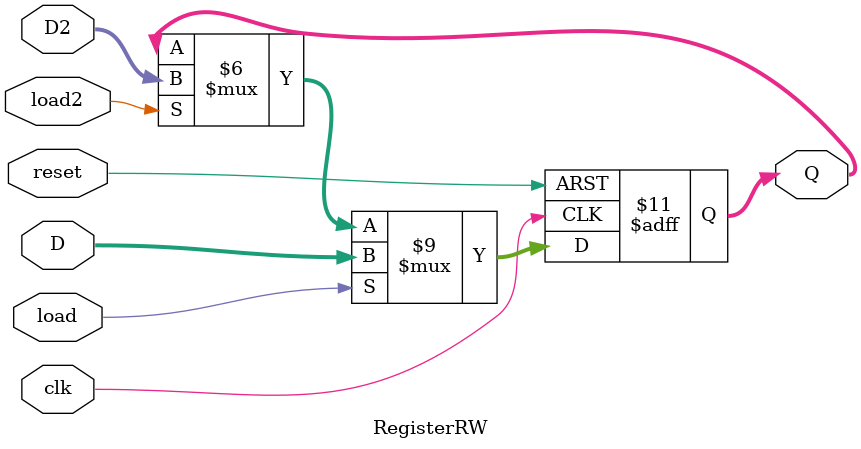
<source format=v>
/**
 *  Read write register. 
 *
 *  Contains two WIDTH-bit data inputs, allowing for two data paths to be set 
 */
module RegisterRW
#(parameter WIDTH = 32)
(
    input       [WIDTH-1:0] D,
    input       [WIDTH-1:0] D2,
    input                   clk,
    input                   reset,
    input                   load,
    input                   load2,
    
    output reg  [WIDTH-1:0] Q
);

always @(posedge(clk), negedge(reset))
begin
    if(reset == 1'b0)
    begin
        Q <= 0;
    end
    else if(load == 1'b1)
    begin
        Q <= D;
    end
     else if(load2 == 1'b1)
     begin
        Q <= D2;
     end
    else
    begin
        Q <= Q;
    end
end

endmodule

</source>
